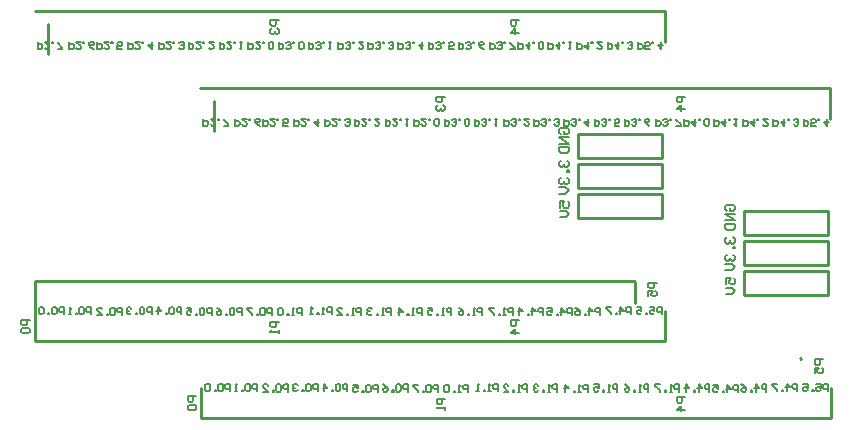
<source format=gbo>
G04*
G04 #@! TF.GenerationSoftware,Altium Limited,Altium Designer,18.0.12 (696)*
G04*
G04 Layer_Color=32896*
%FSLAX25Y25*%
%MOIN*%
G70*
G01*
G75*
%ADD10C,0.01000*%
%ADD12C,0.00787*%
D10*
X40600Y153900D02*
Y163900D01*
X240500D02*
X240600Y163800D01*
X40600Y163900D02*
X240500D01*
X240600Y156800D02*
Y163800D01*
X250600Y243800D02*
Y253900D01*
X40600D02*
X250600D01*
X45100Y239600D02*
Y249600D01*
X221600Y184900D02*
Y192900D01*
Y184900D02*
X249600D01*
Y192900D01*
X221600D02*
X249600D01*
X221600Y194900D02*
Y202900D01*
Y194900D02*
X249600D01*
Y202900D01*
X221600D02*
X249600D01*
X221600Y204900D02*
Y212900D01*
Y204900D02*
X249600D01*
Y212900D01*
X221600D02*
X249600D01*
X40600Y143900D02*
Y153900D01*
Y143900D02*
X250600D01*
Y153900D01*
X306000Y118300D02*
Y128300D01*
X96000Y118300D02*
X306000D01*
X96000D02*
Y128300D01*
X295900Y138300D02*
X296000Y138200D01*
X250600Y243800D02*
Y253900D01*
X40600D02*
X250600D01*
X45100Y239600D02*
Y249600D01*
X221600Y184900D02*
Y192900D01*
Y184900D02*
X249600D01*
Y192900D01*
X221600D02*
X249600D01*
X221600Y194900D02*
Y202900D01*
Y194900D02*
X249600D01*
Y202900D01*
X221600D02*
X249600D01*
X221600Y204900D02*
Y212900D01*
Y204900D02*
X249600D01*
Y212900D01*
X221600D02*
X249600D01*
X95900Y228300D02*
X305900D01*
Y218200D02*
Y228300D01*
X100400Y214000D02*
Y224000D01*
X277000Y159300D02*
Y167300D01*
Y159300D02*
X305000D01*
Y167300D01*
X277000D02*
X305000D01*
X277000Y169300D02*
Y177300D01*
Y169300D02*
X305000D01*
Y177300D01*
X277000D02*
X305000D01*
X277000Y179300D02*
Y187300D01*
Y179300D02*
X305000D01*
Y187300D01*
X277000D02*
X305000D01*
X277000Y159300D02*
Y167300D01*
Y159300D02*
X305000D01*
Y167300D01*
X277000D02*
X305000D01*
X277000Y169300D02*
Y177300D01*
Y169300D02*
X305000D01*
Y177300D01*
X277000D02*
X305000D01*
X277000Y179300D02*
Y187300D01*
Y179300D02*
X305000D01*
Y187300D01*
X277000D02*
X305000D01*
X277000Y159300D02*
Y167300D01*
Y159300D02*
X305000D01*
Y167300D01*
X277000D02*
X305000D01*
X277000Y169300D02*
Y177300D01*
Y169300D02*
X305000D01*
Y177300D01*
X277000D02*
X305000D01*
X277000Y179300D02*
Y187300D01*
Y179300D02*
X305000D01*
Y187300D01*
X277000D02*
X305000D01*
X277000Y179300D02*
X305000D01*
X277000D02*
Y187300D01*
X305000D01*
Y179300D02*
Y187300D01*
X277000Y169300D02*
X305000D01*
X277000D02*
Y177300D01*
X305000D01*
Y169300D02*
Y177300D01*
D12*
X41600Y243800D02*
Y241439D01*
X42781D01*
X43174Y241832D01*
Y242619D01*
X42781Y243013D01*
X41600D01*
X45536Y243800D02*
X43961D01*
X45536Y242226D01*
Y241832D01*
X45142Y241439D01*
X44355D01*
X43961Y241832D01*
X46323Y243800D02*
Y243406D01*
X46716D01*
Y243800D01*
X46323D01*
X48291Y241439D02*
X49865D01*
Y241832D01*
X48291Y243406D01*
Y243800D01*
X248000Y163500D02*
X245245D01*
Y162122D01*
X245704Y161663D01*
X246622D01*
X247082Y162122D01*
Y163500D01*
X245245Y158908D02*
Y160745D01*
X246622D01*
X246163Y159827D01*
Y159368D01*
X246622Y158908D01*
X247541D01*
X248000Y159368D01*
Y160286D01*
X247541Y160745D01*
X129600Y152700D02*
Y155061D01*
X128419D01*
X128026Y154668D01*
Y153881D01*
X128419Y153487D01*
X129600D01*
X127239Y152700D02*
X126451D01*
X126845D01*
Y155061D01*
X127239Y154668D01*
X125271Y152700D02*
Y153094D01*
X124877D01*
Y152700D01*
X125271D01*
X123303Y154668D02*
X122909Y155061D01*
X122122D01*
X121729Y154668D01*
Y153094D01*
X122122Y152700D01*
X122909D01*
X123303Y153094D01*
Y154668D01*
X122000Y243800D02*
Y241439D01*
X123181D01*
X123574Y241832D01*
Y242619D01*
X123181Y243013D01*
X122000D01*
X124361Y241832D02*
X124755Y241439D01*
X125542D01*
X125936Y241832D01*
Y242226D01*
X125542Y242619D01*
X125149D01*
X125542D01*
X125936Y243013D01*
Y243406D01*
X125542Y243800D01*
X124755D01*
X124361Y243406D01*
X126723Y243800D02*
Y243406D01*
X127117D01*
Y243800D01*
X126723D01*
X128691Y241832D02*
X129084Y241439D01*
X129871D01*
X130265Y241832D01*
Y243406D01*
X129871Y243800D01*
X129084D01*
X128691Y243406D01*
Y241832D01*
X219700Y152600D02*
Y154961D01*
X218519D01*
X218126Y154568D01*
Y153781D01*
X218519Y153387D01*
X219700D01*
X216158Y152600D02*
Y154961D01*
X217339Y153781D01*
X215764D01*
X214977Y152600D02*
Y152994D01*
X214584D01*
Y152600D01*
X214977D01*
X211435Y154961D02*
X213009D01*
Y153781D01*
X212222Y154174D01*
X211828D01*
X211435Y153781D01*
Y152994D01*
X211828Y152600D01*
X212616D01*
X213009Y152994D01*
X39000Y151200D02*
X36245D01*
Y149822D01*
X36704Y149363D01*
X37622D01*
X38082Y149822D01*
Y151200D01*
X36704Y148445D02*
X36245Y147986D01*
Y147067D01*
X36704Y146608D01*
X38541D01*
X39000Y147067D01*
Y147986D01*
X38541Y148445D01*
X36704D01*
X189800Y152800D02*
Y155161D01*
X188619D01*
X188226Y154768D01*
Y153981D01*
X188619Y153587D01*
X189800D01*
X187439Y152800D02*
X186651D01*
X187045D01*
Y155161D01*
X187439Y154768D01*
X185471Y152800D02*
Y153194D01*
X185077D01*
Y152800D01*
X185471D01*
X181929Y155161D02*
X182716Y154768D01*
X183503Y153981D01*
Y153194D01*
X183109Y152800D01*
X182322D01*
X181929Y153194D01*
Y153587D01*
X182322Y153981D01*
X183503D01*
X211900Y243800D02*
Y241439D01*
X213081D01*
X213474Y241832D01*
Y242619D01*
X213081Y243013D01*
X211900D01*
X215442Y243800D02*
Y241439D01*
X214261Y242619D01*
X215836D01*
X216623Y243800D02*
Y243406D01*
X217016D01*
Y243800D01*
X216623D01*
X218591D02*
X219378D01*
X218984D01*
Y241439D01*
X218591Y241832D01*
X52100Y243800D02*
Y241439D01*
X53281D01*
X53674Y241832D01*
Y242619D01*
X53281Y243013D01*
X52100D01*
X56036Y243800D02*
X54461D01*
X56036Y242226D01*
Y241832D01*
X55642Y241439D01*
X54855D01*
X54461Y241832D01*
X56823Y243800D02*
Y243406D01*
X57216D01*
Y243800D01*
X56823D01*
X60365Y241439D02*
X59578Y241832D01*
X58791Y242619D01*
Y243406D01*
X59184Y243800D01*
X59971D01*
X60365Y243406D01*
Y243013D01*
X59971Y242619D01*
X58791D01*
X215976Y213001D02*
X215451Y213526D01*
Y214575D01*
X215976Y215100D01*
X218075D01*
X218600Y214575D01*
Y213526D01*
X218075Y213001D01*
X217026D01*
Y214051D01*
X218600Y211951D02*
X215451D01*
X218600Y209852D01*
X215451D01*
Y208803D02*
X218600D01*
Y207228D01*
X218075Y206704D01*
X215976D01*
X215451Y207228D01*
Y208803D01*
X50300Y152900D02*
Y155261D01*
X49119D01*
X48726Y154868D01*
Y154081D01*
X49119Y153687D01*
X50300D01*
X47939Y154868D02*
X47545Y155261D01*
X46758D01*
X46364Y154868D01*
Y153294D01*
X46758Y152900D01*
X47545D01*
X47939Y153294D01*
Y154868D01*
X45577Y152900D02*
Y153294D01*
X45184D01*
Y152900D01*
X45577D01*
X43609Y154868D02*
X43216Y155261D01*
X42428D01*
X42035Y154868D01*
Y153294D01*
X42428Y152900D01*
X43216D01*
X43609Y153294D01*
Y154868D01*
X192400Y243800D02*
Y241439D01*
X193581D01*
X193974Y241832D01*
Y242619D01*
X193581Y243013D01*
X192400D01*
X194761Y241832D02*
X195155Y241439D01*
X195942D01*
X196336Y241832D01*
Y242226D01*
X195942Y242619D01*
X195549D01*
X195942D01*
X196336Y243013D01*
Y243406D01*
X195942Y243800D01*
X195155D01*
X194761Y243406D01*
X197123Y243800D02*
Y243406D01*
X197517D01*
Y243800D01*
X197123D01*
X199091Y241439D02*
X200665D01*
Y241832D01*
X199091Y243406D01*
Y243800D01*
X122000Y251000D02*
X119245D01*
Y249623D01*
X119704Y249163D01*
X120623D01*
X121082Y249623D01*
Y251000D01*
X119704Y248245D02*
X119245Y247786D01*
Y246867D01*
X119704Y246408D01*
X120163D01*
X120623Y246867D01*
Y247327D01*
Y246867D01*
X121082Y246408D01*
X121541D01*
X122000Y246867D01*
Y247786D01*
X121541Y248245D01*
X202100Y251000D02*
X199345D01*
Y249623D01*
X199804Y249163D01*
X200723D01*
X201182Y249623D01*
Y251000D01*
X202100Y246867D02*
X199345D01*
X200723Y248245D01*
Y246408D01*
X202100Y150900D02*
X199345D01*
Y149522D01*
X199804Y149063D01*
X200723D01*
X201182Y149522D01*
Y150900D01*
X202100Y146767D02*
X199345D01*
X200723Y148145D01*
Y146308D01*
X122000Y150400D02*
X119245D01*
Y149022D01*
X119704Y148563D01*
X120623D01*
X121082Y149022D01*
Y150400D01*
X122000Y147645D02*
Y146727D01*
Y147186D01*
X119245D01*
X119704Y147645D01*
X249600Y152900D02*
Y155261D01*
X248419D01*
X248026Y154868D01*
Y154081D01*
X248419Y153687D01*
X249600D01*
X245664Y155261D02*
X247239D01*
Y154081D01*
X246451Y154474D01*
X246058D01*
X245664Y154081D01*
Y153294D01*
X246058Y152900D01*
X246845D01*
X247239Y153294D01*
X244877Y152900D02*
Y153294D01*
X244484D01*
Y152900D01*
X244877D01*
X241335Y155261D02*
X242909D01*
Y154081D01*
X242122Y154474D01*
X241728D01*
X241335Y154081D01*
Y153294D01*
X241728Y152900D01*
X242516D01*
X242909Y153294D01*
X239400Y153000D02*
Y155361D01*
X238219D01*
X237826Y154968D01*
Y154181D01*
X238219Y153787D01*
X239400D01*
X235858Y153000D02*
Y155361D01*
X237039Y154181D01*
X235464D01*
X234677Y153000D02*
Y153394D01*
X234284D01*
Y153000D01*
X234677D01*
X232709Y155361D02*
X231135D01*
Y154968D01*
X232709Y153394D01*
Y153000D01*
X229100Y152800D02*
Y155161D01*
X227919D01*
X227526Y154768D01*
Y153981D01*
X227919Y153587D01*
X229100D01*
X225558Y152800D02*
Y155161D01*
X226739Y153981D01*
X225164D01*
X224377Y152800D02*
Y153194D01*
X223984D01*
Y152800D01*
X224377D01*
X220835Y155161D02*
X221622Y154768D01*
X222409Y153981D01*
Y153194D01*
X222016Y152800D01*
X221229D01*
X220835Y153194D01*
Y153587D01*
X221229Y153981D01*
X222409D01*
X210100Y152800D02*
Y155161D01*
X208919D01*
X208526Y154768D01*
Y153981D01*
X208919Y153587D01*
X210100D01*
X206558Y152800D02*
Y155161D01*
X207739Y153981D01*
X206164D01*
X205377Y152800D02*
Y153194D01*
X204984D01*
Y152800D01*
X205377D01*
X202228D02*
Y155161D01*
X203409Y153981D01*
X201835D01*
X200000Y152800D02*
Y155161D01*
X198819D01*
X198426Y154768D01*
Y153981D01*
X198819Y153587D01*
X200000D01*
X197639Y152800D02*
X196851D01*
X197245D01*
Y155161D01*
X197639Y154768D01*
X195671Y152800D02*
Y153194D01*
X195277D01*
Y152800D01*
X195671D01*
X193703Y155161D02*
X192129D01*
Y154768D01*
X193703Y153194D01*
Y152800D01*
X179500D02*
Y155161D01*
X178319D01*
X177926Y154768D01*
Y153981D01*
X178319Y153587D01*
X179500D01*
X177139Y152800D02*
X176351D01*
X176745D01*
Y155161D01*
X177139Y154768D01*
X175171Y152800D02*
Y153194D01*
X174777D01*
Y152800D01*
X175171D01*
X171628Y155161D02*
X173203D01*
Y153981D01*
X172416Y154374D01*
X172022D01*
X171628Y153981D01*
Y153194D01*
X172022Y152800D01*
X172809D01*
X173203Y153194D01*
X169600Y152700D02*
Y155061D01*
X168419D01*
X168026Y154668D01*
Y153881D01*
X168419Y153487D01*
X169600D01*
X167239Y152700D02*
X166451D01*
X166845D01*
Y155061D01*
X167239Y154668D01*
X165271Y152700D02*
Y153094D01*
X164877D01*
Y152700D01*
X165271D01*
X162122D02*
Y155061D01*
X163303Y153881D01*
X161729D01*
X159400Y152800D02*
Y155161D01*
X158219D01*
X157826Y154768D01*
Y153981D01*
X158219Y153587D01*
X159400D01*
X157039Y152800D02*
X156251D01*
X156645D01*
Y155161D01*
X157039Y154768D01*
X155071Y152800D02*
Y153194D01*
X154677D01*
Y152800D01*
X155071D01*
X153103Y154768D02*
X152709Y155161D01*
X151922D01*
X151529Y154768D01*
Y154374D01*
X151922Y153981D01*
X152316D01*
X151922D01*
X151529Y153587D01*
Y153194D01*
X151922Y152800D01*
X152709D01*
X153103Y153194D01*
X149400Y152800D02*
Y155161D01*
X148219D01*
X147826Y154768D01*
Y153981D01*
X148219Y153587D01*
X149400D01*
X147039Y152800D02*
X146251D01*
X146645D01*
Y155161D01*
X147039Y154768D01*
X145071Y152800D02*
Y153194D01*
X144677D01*
Y152800D01*
X145071D01*
X141528D02*
X143103D01*
X141528Y154374D01*
Y154768D01*
X141922Y155161D01*
X142709D01*
X143103Y154768D01*
X139600Y152900D02*
Y155261D01*
X138419D01*
X138026Y154868D01*
Y154081D01*
X138419Y153687D01*
X139600D01*
X137239Y152900D02*
X136451D01*
X136845D01*
Y155261D01*
X137239Y154868D01*
X135271Y152900D02*
Y153294D01*
X134877D01*
Y152900D01*
X135271D01*
X133303D02*
X132516D01*
X132909D01*
Y155261D01*
X133303Y154868D01*
X119700Y152700D02*
Y155061D01*
X118519D01*
X118126Y154668D01*
Y153881D01*
X118519Y153487D01*
X119700D01*
X117339Y154668D02*
X116945Y155061D01*
X116158D01*
X115764Y154668D01*
Y153094D01*
X116158Y152700D01*
X116945D01*
X117339Y153094D01*
Y154668D01*
X114977Y152700D02*
Y153094D01*
X114584D01*
Y152700D01*
X114977D01*
X113009Y155061D02*
X111435D01*
Y154668D01*
X113009Y153094D01*
Y152700D01*
X109600Y152800D02*
Y155161D01*
X108419D01*
X108026Y154768D01*
Y153981D01*
X108419Y153587D01*
X109600D01*
X107239Y154768D02*
X106845Y155161D01*
X106058D01*
X105664Y154768D01*
Y153194D01*
X106058Y152800D01*
X106845D01*
X107239Y153194D01*
Y154768D01*
X104877Y152800D02*
Y153194D01*
X104483D01*
Y152800D01*
X104877D01*
X101335Y155161D02*
X102122Y154768D01*
X102909Y153981D01*
Y153194D01*
X102516Y152800D01*
X101728D01*
X101335Y153194D01*
Y153587D01*
X101728Y153981D01*
X102909D01*
X99600Y152700D02*
Y155061D01*
X98419D01*
X98026Y154668D01*
Y153881D01*
X98419Y153487D01*
X99600D01*
X97239Y154668D02*
X96845Y155061D01*
X96058D01*
X95664Y154668D01*
Y153094D01*
X96058Y152700D01*
X96845D01*
X97239Y153094D01*
Y154668D01*
X94877Y152700D02*
Y153094D01*
X94484D01*
Y152700D01*
X94877D01*
X91335Y155061D02*
X92909D01*
Y153881D01*
X92122Y154274D01*
X91729D01*
X91335Y153881D01*
Y153094D01*
X91729Y152700D01*
X92516D01*
X92909Y153094D01*
X89500Y152900D02*
Y155261D01*
X88319D01*
X87926Y154868D01*
Y154081D01*
X88319Y153687D01*
X89500D01*
X87139Y154868D02*
X86745Y155261D01*
X85958D01*
X85564Y154868D01*
Y153294D01*
X85958Y152900D01*
X86745D01*
X87139Y153294D01*
Y154868D01*
X84777Y152900D02*
Y153294D01*
X84384D01*
Y152900D01*
X84777D01*
X81629D02*
Y155261D01*
X82809Y154081D01*
X81235D01*
X79600Y152900D02*
Y155261D01*
X78419D01*
X78026Y154868D01*
Y154081D01*
X78419Y153687D01*
X79600D01*
X77239Y154868D02*
X76845Y155261D01*
X76058D01*
X75664Y154868D01*
Y153294D01*
X76058Y152900D01*
X76845D01*
X77239Y153294D01*
Y154868D01*
X74877Y152900D02*
Y153294D01*
X74484D01*
Y152900D01*
X74877D01*
X72909Y154868D02*
X72516Y155261D01*
X71728D01*
X71335Y154868D01*
Y154474D01*
X71728Y154081D01*
X72122D01*
X71728D01*
X71335Y153687D01*
Y153294D01*
X71728Y152900D01*
X72516D01*
X72909Y153294D01*
X59400Y152900D02*
Y155261D01*
X58219D01*
X57826Y154868D01*
Y154081D01*
X58219Y153687D01*
X59400D01*
X57039Y154868D02*
X56645Y155261D01*
X55858D01*
X55464Y154868D01*
Y153294D01*
X55858Y152900D01*
X56645D01*
X57039Y153294D01*
Y154868D01*
X54677Y152900D02*
Y153294D01*
X54284D01*
Y152900D01*
X54677D01*
X52709D02*
X51922D01*
X52316D01*
Y155261D01*
X52709Y154868D01*
X71800Y243800D02*
Y241439D01*
X72981D01*
X73374Y241832D01*
Y242619D01*
X72981Y243013D01*
X71800D01*
X75736Y243800D02*
X74161D01*
X75736Y242226D01*
Y241832D01*
X75342Y241439D01*
X74555D01*
X74161Y241832D01*
X76523Y243800D02*
Y243406D01*
X76916D01*
Y243800D01*
X76523D01*
X79672D02*
Y241439D01*
X78491Y242619D01*
X80065D01*
X82100Y243800D02*
Y241439D01*
X83281D01*
X83674Y241832D01*
Y242619D01*
X83281Y243013D01*
X82100D01*
X86036Y243800D02*
X84461D01*
X86036Y242226D01*
Y241832D01*
X85642Y241439D01*
X84855D01*
X84461Y241832D01*
X86823Y243800D02*
Y243406D01*
X87216D01*
Y243800D01*
X86823D01*
X88791Y241832D02*
X89184Y241439D01*
X89972D01*
X90365Y241832D01*
Y242226D01*
X89972Y242619D01*
X89578D01*
X89972D01*
X90365Y243013D01*
Y243406D01*
X89972Y243800D01*
X89184D01*
X88791Y243406D01*
X92000Y243800D02*
Y241439D01*
X93181D01*
X93574Y241832D01*
Y242619D01*
X93181Y243013D01*
X92000D01*
X95936Y243800D02*
X94361D01*
X95936Y242226D01*
Y241832D01*
X95542Y241439D01*
X94755D01*
X94361Y241832D01*
X96723Y243800D02*
Y243406D01*
X97116D01*
Y243800D01*
X96723D01*
X100265D02*
X98691D01*
X100265Y242226D01*
Y241832D01*
X99871Y241439D01*
X99084D01*
X98691Y241832D01*
X102300Y243800D02*
Y241439D01*
X103481D01*
X103874Y241832D01*
Y242619D01*
X103481Y243013D01*
X102300D01*
X106236Y243800D02*
X104661D01*
X106236Y242226D01*
Y241832D01*
X105842Y241439D01*
X105055D01*
X104661Y241832D01*
X107023Y243800D02*
Y243406D01*
X107416D01*
Y243800D01*
X107023D01*
X108991D02*
X109778D01*
X109384D01*
Y241439D01*
X108991Y241832D01*
X111900Y243800D02*
Y241439D01*
X113081D01*
X113474Y241832D01*
Y242619D01*
X113081Y243013D01*
X111900D01*
X115836Y243800D02*
X114261D01*
X115836Y242226D01*
Y241832D01*
X115442Y241439D01*
X114655D01*
X114261Y241832D01*
X116623Y243800D02*
Y243406D01*
X117016D01*
Y243800D01*
X116623D01*
X118591Y241832D02*
X118984Y241439D01*
X119772D01*
X120165Y241832D01*
Y243406D01*
X119772Y243800D01*
X118984D01*
X118591Y243406D01*
Y241832D01*
X201900Y243800D02*
Y241439D01*
X203081D01*
X203474Y241832D01*
Y242619D01*
X203081Y243013D01*
X201900D01*
X205442Y243800D02*
Y241439D01*
X204261Y242619D01*
X205836D01*
X206623Y243800D02*
Y243406D01*
X207016D01*
Y243800D01*
X206623D01*
X208591Y241832D02*
X208984Y241439D01*
X209771D01*
X210165Y241832D01*
Y243406D01*
X209771Y243800D01*
X208984D01*
X208591Y243406D01*
Y241832D01*
X182000Y243800D02*
Y241439D01*
X183181D01*
X183574Y241832D01*
Y242619D01*
X183181Y243013D01*
X182000D01*
X184361Y241832D02*
X184755Y241439D01*
X185542D01*
X185936Y241832D01*
Y242226D01*
X185542Y242619D01*
X185149D01*
X185542D01*
X185936Y243013D01*
Y243406D01*
X185542Y243800D01*
X184755D01*
X184361Y243406D01*
X186723Y243800D02*
Y243406D01*
X187117D01*
Y243800D01*
X186723D01*
X190265Y241439D02*
X189478Y241832D01*
X188691Y242619D01*
Y243406D01*
X189084Y243800D01*
X189872D01*
X190265Y243406D01*
Y243013D01*
X189872Y242619D01*
X188691D01*
X172000Y243800D02*
Y241439D01*
X173181D01*
X173574Y241832D01*
Y242619D01*
X173181Y243013D01*
X172000D01*
X174361Y241832D02*
X174755Y241439D01*
X175542D01*
X175936Y241832D01*
Y242226D01*
X175542Y242619D01*
X175149D01*
X175542D01*
X175936Y243013D01*
Y243406D01*
X175542Y243800D01*
X174755D01*
X174361Y243406D01*
X176723Y243800D02*
Y243406D01*
X177117D01*
Y243800D01*
X176723D01*
X180265Y241439D02*
X178691D01*
Y242619D01*
X179478Y242226D01*
X179871D01*
X180265Y242619D01*
Y243406D01*
X179871Y243800D01*
X179084D01*
X178691Y243406D01*
X161900Y243800D02*
Y241439D01*
X163081D01*
X163474Y241832D01*
Y242619D01*
X163081Y243013D01*
X161900D01*
X164261Y241832D02*
X164655Y241439D01*
X165442D01*
X165836Y241832D01*
Y242226D01*
X165442Y242619D01*
X165049D01*
X165442D01*
X165836Y243013D01*
Y243406D01*
X165442Y243800D01*
X164655D01*
X164261Y243406D01*
X166623Y243800D02*
Y243406D01*
X167016D01*
Y243800D01*
X166623D01*
X169772D02*
Y241439D01*
X168591Y242619D01*
X170165D01*
X151900Y243800D02*
Y241439D01*
X153081D01*
X153474Y241832D01*
Y242619D01*
X153081Y243013D01*
X151900D01*
X154261Y241832D02*
X154655Y241439D01*
X155442D01*
X155836Y241832D01*
Y242226D01*
X155442Y242619D01*
X155049D01*
X155442D01*
X155836Y243013D01*
Y243406D01*
X155442Y243800D01*
X154655D01*
X154261Y243406D01*
X156623Y243800D02*
Y243406D01*
X157017D01*
Y243800D01*
X156623D01*
X158591Y241832D02*
X158984Y241439D01*
X159772D01*
X160165Y241832D01*
Y242226D01*
X159772Y242619D01*
X159378D01*
X159772D01*
X160165Y243013D01*
Y243406D01*
X159772Y243800D01*
X158984D01*
X158591Y243406D01*
X141900Y243800D02*
Y241439D01*
X143081D01*
X143474Y241832D01*
Y242619D01*
X143081Y243013D01*
X141900D01*
X144261Y241832D02*
X144655Y241439D01*
X145442D01*
X145836Y241832D01*
Y242226D01*
X145442Y242619D01*
X145049D01*
X145442D01*
X145836Y243013D01*
Y243406D01*
X145442Y243800D01*
X144655D01*
X144261Y243406D01*
X146623Y243800D02*
Y243406D01*
X147017D01*
Y243800D01*
X146623D01*
X150165D02*
X148591D01*
X150165Y242226D01*
Y241832D01*
X149771Y241439D01*
X148984D01*
X148591Y241832D01*
X221500Y243700D02*
Y241339D01*
X222681D01*
X223074Y241732D01*
Y242519D01*
X222681Y242913D01*
X221500D01*
X225042Y243700D02*
Y241339D01*
X223861Y242519D01*
X225436D01*
X226223Y243700D02*
Y243306D01*
X226616D01*
Y243700D01*
X226223D01*
X229765D02*
X228191D01*
X229765Y242126D01*
Y241732D01*
X229372Y241339D01*
X228584D01*
X228191Y241732D01*
X231600Y243800D02*
Y241439D01*
X232781D01*
X233174Y241832D01*
Y242619D01*
X232781Y243013D01*
X231600D01*
X235142Y243800D02*
Y241439D01*
X233961Y242619D01*
X235536D01*
X236323Y243800D02*
Y243406D01*
X236716D01*
Y243800D01*
X236323D01*
X238291Y241832D02*
X238684Y241439D01*
X239472D01*
X239865Y241832D01*
Y242226D01*
X239472Y242619D01*
X239078D01*
X239472D01*
X239865Y243013D01*
Y243406D01*
X239472Y243800D01*
X238684D01*
X238291Y243406D01*
X241700Y243800D02*
Y241439D01*
X242881D01*
X243274Y241832D01*
Y242619D01*
X242881Y243013D01*
X241700D01*
X245636Y241439D02*
X244061D01*
Y242619D01*
X244849Y242226D01*
X245242D01*
X245636Y242619D01*
Y243406D01*
X245242Y243800D01*
X244455D01*
X244061Y243406D01*
X246423Y243800D02*
Y243406D01*
X246816D01*
Y243800D01*
X246423D01*
X249571D02*
Y241439D01*
X248391Y242619D01*
X249965D01*
X69700Y152800D02*
Y155161D01*
X68519D01*
X68126Y154768D01*
Y153981D01*
X68519Y153587D01*
X69700D01*
X67339Y154768D02*
X66945Y155161D01*
X66158D01*
X65764Y154768D01*
Y153194D01*
X66158Y152800D01*
X66945D01*
X67339Y153194D01*
Y154768D01*
X64977Y152800D02*
Y153194D01*
X64584D01*
Y152800D01*
X64977D01*
X61435D02*
X63009D01*
X61435Y154374D01*
Y154768D01*
X61829Y155161D01*
X62616D01*
X63009Y154768D01*
X215651Y188501D02*
Y190600D01*
X217226D01*
X216701Y189550D01*
Y189026D01*
X217226Y188501D01*
X218275D01*
X218800Y189026D01*
Y190075D01*
X218275Y190600D01*
X215651Y187451D02*
X217751D01*
X218800Y186402D01*
X217751Y185352D01*
X215651D01*
X215976Y204200D02*
X215451Y203675D01*
Y202626D01*
X215976Y202101D01*
X216501D01*
X217026Y202626D01*
Y203151D01*
Y202626D01*
X217550Y202101D01*
X218075D01*
X218600Y202626D01*
Y203675D01*
X218075Y204200D01*
X218600Y201051D02*
X218075D01*
Y200527D01*
X218600D01*
Y201051D01*
X215976Y198428D02*
X215451Y197903D01*
Y196853D01*
X215976Y196328D01*
X216501D01*
X217026Y196853D01*
Y197378D01*
Y196853D01*
X217550Y196328D01*
X218075D01*
X218600Y196853D01*
Y197903D01*
X218075Y198428D01*
X215451Y195279D02*
X217550D01*
X218600Y194229D01*
X217550Y193180D01*
X215451D01*
X132000Y243800D02*
Y241439D01*
X133181D01*
X133574Y241832D01*
Y242619D01*
X133181Y243013D01*
X132000D01*
X134361Y241832D02*
X134755Y241439D01*
X135542D01*
X135936Y241832D01*
Y242226D01*
X135542Y242619D01*
X135149D01*
X135542D01*
X135936Y243013D01*
Y243406D01*
X135542Y243800D01*
X134755D01*
X134361Y243406D01*
X136723Y243800D02*
Y243406D01*
X137117D01*
Y243800D01*
X136723D01*
X138691D02*
X139478D01*
X139084D01*
Y241439D01*
X138691Y241832D01*
X61500Y243800D02*
Y241439D01*
X62681D01*
X63074Y241832D01*
Y242619D01*
X62681Y243013D01*
X61500D01*
X65436Y243800D02*
X63861D01*
X65436Y242226D01*
Y241832D01*
X65042Y241439D01*
X64255D01*
X63861Y241832D01*
X66223Y243800D02*
Y243406D01*
X66616D01*
Y243800D01*
X66223D01*
X69765Y241439D02*
X68191D01*
Y242619D01*
X68978Y242226D01*
X69371D01*
X69765Y242619D01*
Y243406D01*
X69371Y243800D01*
X68584D01*
X68191Y243406D01*
X125100Y127200D02*
Y129561D01*
X123919D01*
X123526Y129168D01*
Y128381D01*
X123919Y127987D01*
X125100D01*
X122739Y129168D02*
X122345Y129561D01*
X121558D01*
X121164Y129168D01*
Y127594D01*
X121558Y127200D01*
X122345D01*
X122739Y127594D01*
Y129168D01*
X120377Y127200D02*
Y127594D01*
X119983D01*
Y127200D01*
X120377D01*
X116835D02*
X118409D01*
X116835Y128774D01*
Y129168D01*
X117228Y129561D01*
X118016D01*
X118409Y129168D01*
X114800Y127300D02*
Y129661D01*
X113619D01*
X113226Y129268D01*
Y128481D01*
X113619Y128087D01*
X114800D01*
X112439Y129268D02*
X112045Y129661D01*
X111258D01*
X110864Y129268D01*
Y127694D01*
X111258Y127300D01*
X112045D01*
X112439Y127694D01*
Y129268D01*
X110077Y127300D02*
Y127694D01*
X109684D01*
Y127300D01*
X110077D01*
X108109D02*
X107322D01*
X107716D01*
Y129661D01*
X108109Y129268D01*
X135000Y127300D02*
Y129661D01*
X133819D01*
X133426Y129268D01*
Y128481D01*
X133819Y128087D01*
X135000D01*
X132639Y129268D02*
X132245Y129661D01*
X131458D01*
X131064Y129268D01*
Y127694D01*
X131458Y127300D01*
X132245D01*
X132639Y127694D01*
Y129268D01*
X130277Y127300D02*
Y127694D01*
X129884D01*
Y127300D01*
X130277D01*
X128309Y129268D02*
X127916Y129661D01*
X127129D01*
X126735Y129268D01*
Y128874D01*
X127129Y128481D01*
X127522D01*
X127129D01*
X126735Y128087D01*
Y127694D01*
X127129Y127300D01*
X127916D01*
X128309Y127694D01*
X144900Y127300D02*
Y129661D01*
X143719D01*
X143326Y129268D01*
Y128481D01*
X143719Y128087D01*
X144900D01*
X142539Y129268D02*
X142145Y129661D01*
X141358D01*
X140964Y129268D01*
Y127694D01*
X141358Y127300D01*
X142145D01*
X142539Y127694D01*
Y129268D01*
X140177Y127300D02*
Y127694D01*
X139784D01*
Y127300D01*
X140177D01*
X137029D02*
Y129661D01*
X138209Y128481D01*
X136635D01*
X155000Y127100D02*
Y129461D01*
X153819D01*
X153426Y129068D01*
Y128281D01*
X153819Y127887D01*
X155000D01*
X152639Y129068D02*
X152245Y129461D01*
X151458D01*
X151064Y129068D01*
Y127494D01*
X151458Y127100D01*
X152245D01*
X152639Y127494D01*
Y129068D01*
X150277Y127100D02*
Y127494D01*
X149883D01*
Y127100D01*
X150277D01*
X146735Y129461D02*
X148309D01*
Y128281D01*
X147522Y128674D01*
X147128D01*
X146735Y128281D01*
Y127494D01*
X147128Y127100D01*
X147916D01*
X148309Y127494D01*
X165000Y127200D02*
Y129561D01*
X163819D01*
X163426Y129168D01*
Y128381D01*
X163819Y127987D01*
X165000D01*
X162639Y129168D02*
X162245Y129561D01*
X161458D01*
X161064Y129168D01*
Y127594D01*
X161458Y127200D01*
X162245D01*
X162639Y127594D01*
Y129168D01*
X160277Y127200D02*
Y127594D01*
X159883D01*
Y127200D01*
X160277D01*
X156735Y129561D02*
X157522Y129168D01*
X158309Y128381D01*
Y127594D01*
X157916Y127200D01*
X157129D01*
X156735Y127594D01*
Y127987D01*
X157129Y128381D01*
X158309D01*
X175100Y127100D02*
Y129461D01*
X173919D01*
X173526Y129068D01*
Y128281D01*
X173919Y127887D01*
X175100D01*
X172739Y129068D02*
X172345Y129461D01*
X171558D01*
X171164Y129068D01*
Y127494D01*
X171558Y127100D01*
X172345D01*
X172739Y127494D01*
Y129068D01*
X170377Y127100D02*
Y127494D01*
X169983D01*
Y127100D01*
X170377D01*
X168409Y129461D02*
X166835D01*
Y129068D01*
X168409Y127494D01*
Y127100D01*
X195000Y127300D02*
Y129661D01*
X193819D01*
X193426Y129268D01*
Y128481D01*
X193819Y128087D01*
X195000D01*
X192639Y127300D02*
X191851D01*
X192245D01*
Y129661D01*
X192639Y129268D01*
X190671Y127300D02*
Y127694D01*
X190277D01*
Y127300D01*
X190671D01*
X188703D02*
X187916D01*
X188309D01*
Y129661D01*
X188703Y129268D01*
X204800Y127200D02*
Y129561D01*
X203619D01*
X203226Y129168D01*
Y128381D01*
X203619Y127987D01*
X204800D01*
X202439Y127200D02*
X201651D01*
X202045D01*
Y129561D01*
X202439Y129168D01*
X200471Y127200D02*
Y127594D01*
X200077D01*
Y127200D01*
X200471D01*
X196929D02*
X198503D01*
X196929Y128774D01*
Y129168D01*
X197322Y129561D01*
X198109D01*
X198503Y129168D01*
X214800Y127200D02*
Y129561D01*
X213619D01*
X213226Y129168D01*
Y128381D01*
X213619Y127987D01*
X214800D01*
X212439Y127200D02*
X211651D01*
X212045D01*
Y129561D01*
X212439Y129168D01*
X210471Y127200D02*
Y127594D01*
X210077D01*
Y127200D01*
X210471D01*
X208503Y129168D02*
X208109Y129561D01*
X207322D01*
X206928Y129168D01*
Y128774D01*
X207322Y128381D01*
X207716D01*
X207322D01*
X206928Y127987D01*
Y127594D01*
X207322Y127200D01*
X208109D01*
X208503Y127594D01*
X225000Y127100D02*
Y129461D01*
X223819D01*
X223426Y129068D01*
Y128281D01*
X223819Y127887D01*
X225000D01*
X222639Y127100D02*
X221851D01*
X222245D01*
Y129461D01*
X222639Y129068D01*
X220671Y127100D02*
Y127494D01*
X220277D01*
Y127100D01*
X220671D01*
X217522D02*
Y129461D01*
X218703Y128281D01*
X217128D01*
X234900Y127200D02*
Y129561D01*
X233719D01*
X233326Y129168D01*
Y128381D01*
X233719Y127987D01*
X234900D01*
X232539Y127200D02*
X231751D01*
X232145D01*
Y129561D01*
X232539Y129168D01*
X230571Y127200D02*
Y127594D01*
X230177D01*
Y127200D01*
X230571D01*
X227028Y129561D02*
X228603D01*
Y128381D01*
X227816Y128774D01*
X227422D01*
X227028Y128381D01*
Y127594D01*
X227422Y127200D01*
X228209D01*
X228603Y127594D01*
X255400Y127200D02*
Y129561D01*
X254219D01*
X253826Y129168D01*
Y128381D01*
X254219Y127987D01*
X255400D01*
X253039Y127200D02*
X252251D01*
X252645D01*
Y129561D01*
X253039Y129168D01*
X251071Y127200D02*
Y127594D01*
X250677D01*
Y127200D01*
X251071D01*
X249103Y129561D02*
X247529D01*
Y129168D01*
X249103Y127594D01*
Y127200D01*
X265500D02*
Y129561D01*
X264319D01*
X263926Y129168D01*
Y128381D01*
X264319Y127987D01*
X265500D01*
X261958Y127200D02*
Y129561D01*
X263139Y128381D01*
X261564D01*
X260777Y127200D02*
Y127594D01*
X260384D01*
Y127200D01*
X260777D01*
X257628D02*
Y129561D01*
X258809Y128381D01*
X257235D01*
X284500Y127200D02*
Y129561D01*
X283319D01*
X282926Y129168D01*
Y128381D01*
X283319Y127987D01*
X284500D01*
X280958Y127200D02*
Y129561D01*
X282139Y128381D01*
X280564D01*
X279777Y127200D02*
Y127594D01*
X279384D01*
Y127200D01*
X279777D01*
X276235Y129561D02*
X277022Y129168D01*
X277809Y128381D01*
Y127594D01*
X277416Y127200D01*
X276628D01*
X276235Y127594D01*
Y127987D01*
X276628Y128381D01*
X277809D01*
X294800Y127400D02*
Y129761D01*
X293619D01*
X293226Y129368D01*
Y128581D01*
X293619Y128187D01*
X294800D01*
X291258Y127400D02*
Y129761D01*
X292439Y128581D01*
X290864D01*
X290077Y127400D02*
Y127794D01*
X289684D01*
Y127400D01*
X290077D01*
X288109Y129761D02*
X286535D01*
Y129368D01*
X288109Y127794D01*
Y127400D01*
X305000Y127300D02*
Y129661D01*
X303819D01*
X303426Y129268D01*
Y128481D01*
X303819Y128087D01*
X305000D01*
X301064Y129661D02*
X302639D01*
Y128481D01*
X301851Y128874D01*
X301458D01*
X301064Y128481D01*
Y127694D01*
X301458Y127300D01*
X302245D01*
X302639Y127694D01*
X300277Y127300D02*
Y127694D01*
X299884D01*
Y127300D01*
X300277D01*
X296735Y129661D02*
X298309D01*
Y128481D01*
X297522Y128874D01*
X297129D01*
X296735Y128481D01*
Y127694D01*
X297129Y127300D01*
X297916D01*
X298309Y127694D01*
X177400Y124800D02*
X174645D01*
Y123423D01*
X175104Y122963D01*
X176023D01*
X176482Y123423D01*
Y124800D01*
X177400Y122045D02*
Y121127D01*
Y121586D01*
X174645D01*
X175104Y122045D01*
X257500Y125300D02*
X254745D01*
Y123923D01*
X255204Y123463D01*
X256122D01*
X256582Y123923D01*
Y125300D01*
X257500Y121168D02*
X254745D01*
X256122Y122545D01*
Y120708D01*
X105700Y127300D02*
Y129661D01*
X104519D01*
X104126Y129268D01*
Y128481D01*
X104519Y128087D01*
X105700D01*
X103339Y129268D02*
X102945Y129661D01*
X102158D01*
X101764Y129268D01*
Y127694D01*
X102158Y127300D01*
X102945D01*
X103339Y127694D01*
Y129268D01*
X100977Y127300D02*
Y127694D01*
X100584D01*
Y127300D01*
X100977D01*
X99009Y129268D02*
X98616Y129661D01*
X97829D01*
X97435Y129268D01*
Y127694D01*
X97829Y127300D01*
X98616D01*
X99009Y127694D01*
Y129268D01*
X245200Y127200D02*
Y129561D01*
X244019D01*
X243626Y129168D01*
Y128381D01*
X244019Y127987D01*
X245200D01*
X242839Y127200D02*
X242051D01*
X242445D01*
Y129561D01*
X242839Y129168D01*
X240871Y127200D02*
Y127594D01*
X240477D01*
Y127200D01*
X240871D01*
X237329Y129561D02*
X238116Y129168D01*
X238903Y128381D01*
Y127594D01*
X238509Y127200D01*
X237722D01*
X237329Y127594D01*
Y127987D01*
X237722Y128381D01*
X238903D01*
X94400Y125600D02*
X91645D01*
Y124223D01*
X92104Y123763D01*
X93023D01*
X93482Y124223D01*
Y125600D01*
X92104Y122845D02*
X91645Y122386D01*
Y121467D01*
X92104Y121008D01*
X93941D01*
X94400Y121467D01*
Y122386D01*
X93941Y122845D01*
X92104D01*
X275100Y127000D02*
Y129361D01*
X273919D01*
X273526Y128968D01*
Y128181D01*
X273919Y127787D01*
X275100D01*
X271558Y127000D02*
Y129361D01*
X272739Y128181D01*
X271164D01*
X270377Y127000D02*
Y127394D01*
X269984D01*
Y127000D01*
X270377D01*
X266835Y129361D02*
X268409D01*
Y128181D01*
X267622Y128574D01*
X267229D01*
X266835Y128181D01*
Y127394D01*
X267229Y127000D01*
X268016D01*
X268409Y127394D01*
X185000Y127100D02*
Y129461D01*
X183819D01*
X183426Y129068D01*
Y128281D01*
X183819Y127887D01*
X185000D01*
X182639Y127100D02*
X181851D01*
X182245D01*
Y129461D01*
X182639Y129068D01*
X180671Y127100D02*
Y127494D01*
X180277D01*
Y127100D01*
X180671D01*
X178703Y129068D02*
X178309Y129461D01*
X177522D01*
X177129Y129068D01*
Y127494D01*
X177522Y127100D01*
X178309D01*
X178703Y127494D01*
Y129068D01*
X303400Y137900D02*
X300645D01*
Y136522D01*
X301104Y136063D01*
X302023D01*
X302482Y136522D01*
Y137900D01*
X300645Y133308D02*
Y135145D01*
X302023D01*
X301563Y134227D01*
Y133767D01*
X302023Y133308D01*
X302941D01*
X303400Y133767D01*
Y134686D01*
X302941Y135145D01*
X41600Y243800D02*
Y241439D01*
X42781D01*
X43174Y241832D01*
Y242619D01*
X42781Y243013D01*
X41600D01*
X45536Y243800D02*
X43961D01*
X45536Y242226D01*
Y241832D01*
X45142Y241439D01*
X44355D01*
X43961Y241832D01*
X46323Y243800D02*
Y243406D01*
X46716D01*
Y243800D01*
X46323D01*
X48291Y241439D02*
X49865D01*
Y241832D01*
X48291Y243406D01*
Y243800D01*
X122000D02*
Y241439D01*
X123181D01*
X123574Y241832D01*
Y242619D01*
X123181Y243013D01*
X122000D01*
X124361Y241832D02*
X124755Y241439D01*
X125542D01*
X125936Y241832D01*
Y242226D01*
X125542Y242619D01*
X125149D01*
X125542D01*
X125936Y243013D01*
Y243406D01*
X125542Y243800D01*
X124755D01*
X124361Y243406D01*
X126723Y243800D02*
Y243406D01*
X127117D01*
Y243800D01*
X126723D01*
X128691Y241832D02*
X129084Y241439D01*
X129871D01*
X130265Y241832D01*
Y243406D01*
X129871Y243800D01*
X129084D01*
X128691Y243406D01*
Y241832D01*
X211900Y243800D02*
Y241439D01*
X213081D01*
X213474Y241832D01*
Y242619D01*
X213081Y243013D01*
X211900D01*
X215442Y243800D02*
Y241439D01*
X214261Y242619D01*
X215836D01*
X216623Y243800D02*
Y243406D01*
X217016D01*
Y243800D01*
X216623D01*
X218591D02*
X219378D01*
X218984D01*
Y241439D01*
X218591Y241832D01*
X52100Y243800D02*
Y241439D01*
X53281D01*
X53674Y241832D01*
Y242619D01*
X53281Y243013D01*
X52100D01*
X56036Y243800D02*
X54461D01*
X56036Y242226D01*
Y241832D01*
X55642Y241439D01*
X54855D01*
X54461Y241832D01*
X56823Y243800D02*
Y243406D01*
X57216D01*
Y243800D01*
X56823D01*
X60365Y241439D02*
X59578Y241832D01*
X58791Y242619D01*
Y243406D01*
X59184Y243800D01*
X59971D01*
X60365Y243406D01*
Y243013D01*
X59971Y242619D01*
X58791D01*
X215976Y213001D02*
X215451Y213526D01*
Y214575D01*
X215976Y215100D01*
X218075D01*
X218600Y214575D01*
Y213526D01*
X218075Y213001D01*
X217026D01*
Y214051D01*
X218600Y211951D02*
X215451D01*
X218600Y209852D01*
X215451D01*
Y208803D02*
X218600D01*
Y207228D01*
X218075Y206704D01*
X215976D01*
X215451Y207228D01*
Y208803D01*
X192400Y243800D02*
Y241439D01*
X193581D01*
X193974Y241832D01*
Y242619D01*
X193581Y243013D01*
X192400D01*
X194761Y241832D02*
X195155Y241439D01*
X195942D01*
X196336Y241832D01*
Y242226D01*
X195942Y242619D01*
X195549D01*
X195942D01*
X196336Y243013D01*
Y243406D01*
X195942Y243800D01*
X195155D01*
X194761Y243406D01*
X197123Y243800D02*
Y243406D01*
X197517D01*
Y243800D01*
X197123D01*
X199091Y241439D02*
X200665D01*
Y241832D01*
X199091Y243406D01*
Y243800D01*
X122000Y251000D02*
X119245D01*
Y249623D01*
X119704Y249163D01*
X120623D01*
X121082Y249623D01*
Y251000D01*
X119704Y248245D02*
X119245Y247786D01*
Y246867D01*
X119704Y246408D01*
X120163D01*
X120623Y246867D01*
Y247327D01*
Y246867D01*
X121082Y246408D01*
X121541D01*
X122000Y246867D01*
Y247786D01*
X121541Y248245D01*
X202100Y251000D02*
X199345D01*
Y249623D01*
X199804Y249163D01*
X200723D01*
X201182Y249623D01*
Y251000D01*
X202100Y246867D02*
X199345D01*
X200723Y248245D01*
Y246408D01*
X71800Y243800D02*
Y241439D01*
X72981D01*
X73374Y241832D01*
Y242619D01*
X72981Y243013D01*
X71800D01*
X75736Y243800D02*
X74161D01*
X75736Y242226D01*
Y241832D01*
X75342Y241439D01*
X74555D01*
X74161Y241832D01*
X76523Y243800D02*
Y243406D01*
X76916D01*
Y243800D01*
X76523D01*
X79672D02*
Y241439D01*
X78491Y242619D01*
X80065D01*
X82100Y243800D02*
Y241439D01*
X83281D01*
X83674Y241832D01*
Y242619D01*
X83281Y243013D01*
X82100D01*
X86036Y243800D02*
X84461D01*
X86036Y242226D01*
Y241832D01*
X85642Y241439D01*
X84855D01*
X84461Y241832D01*
X86823Y243800D02*
Y243406D01*
X87216D01*
Y243800D01*
X86823D01*
X88791Y241832D02*
X89184Y241439D01*
X89972D01*
X90365Y241832D01*
Y242226D01*
X89972Y242619D01*
X89578D01*
X89972D01*
X90365Y243013D01*
Y243406D01*
X89972Y243800D01*
X89184D01*
X88791Y243406D01*
X92000Y243800D02*
Y241439D01*
X93181D01*
X93574Y241832D01*
Y242619D01*
X93181Y243013D01*
X92000D01*
X95936Y243800D02*
X94361D01*
X95936Y242226D01*
Y241832D01*
X95542Y241439D01*
X94755D01*
X94361Y241832D01*
X96723Y243800D02*
Y243406D01*
X97116D01*
Y243800D01*
X96723D01*
X100265D02*
X98691D01*
X100265Y242226D01*
Y241832D01*
X99871Y241439D01*
X99084D01*
X98691Y241832D01*
X102300Y243800D02*
Y241439D01*
X103481D01*
X103874Y241832D01*
Y242619D01*
X103481Y243013D01*
X102300D01*
X106236Y243800D02*
X104661D01*
X106236Y242226D01*
Y241832D01*
X105842Y241439D01*
X105055D01*
X104661Y241832D01*
X107023Y243800D02*
Y243406D01*
X107416D01*
Y243800D01*
X107023D01*
X108991D02*
X109778D01*
X109384D01*
Y241439D01*
X108991Y241832D01*
X111900Y243800D02*
Y241439D01*
X113081D01*
X113474Y241832D01*
Y242619D01*
X113081Y243013D01*
X111900D01*
X115836Y243800D02*
X114261D01*
X115836Y242226D01*
Y241832D01*
X115442Y241439D01*
X114655D01*
X114261Y241832D01*
X116623Y243800D02*
Y243406D01*
X117016D01*
Y243800D01*
X116623D01*
X118591Y241832D02*
X118984Y241439D01*
X119772D01*
X120165Y241832D01*
Y243406D01*
X119772Y243800D01*
X118984D01*
X118591Y243406D01*
Y241832D01*
X201900Y243800D02*
Y241439D01*
X203081D01*
X203474Y241832D01*
Y242619D01*
X203081Y243013D01*
X201900D01*
X205442Y243800D02*
Y241439D01*
X204261Y242619D01*
X205836D01*
X206623Y243800D02*
Y243406D01*
X207016D01*
Y243800D01*
X206623D01*
X208591Y241832D02*
X208984Y241439D01*
X209771D01*
X210165Y241832D01*
Y243406D01*
X209771Y243800D01*
X208984D01*
X208591Y243406D01*
Y241832D01*
X182000Y243800D02*
Y241439D01*
X183181D01*
X183574Y241832D01*
Y242619D01*
X183181Y243013D01*
X182000D01*
X184361Y241832D02*
X184755Y241439D01*
X185542D01*
X185936Y241832D01*
Y242226D01*
X185542Y242619D01*
X185149D01*
X185542D01*
X185936Y243013D01*
Y243406D01*
X185542Y243800D01*
X184755D01*
X184361Y243406D01*
X186723Y243800D02*
Y243406D01*
X187117D01*
Y243800D01*
X186723D01*
X190265Y241439D02*
X189478Y241832D01*
X188691Y242619D01*
Y243406D01*
X189084Y243800D01*
X189872D01*
X190265Y243406D01*
Y243013D01*
X189872Y242619D01*
X188691D01*
X172000Y243800D02*
Y241439D01*
X173181D01*
X173574Y241832D01*
Y242619D01*
X173181Y243013D01*
X172000D01*
X174361Y241832D02*
X174755Y241439D01*
X175542D01*
X175936Y241832D01*
Y242226D01*
X175542Y242619D01*
X175149D01*
X175542D01*
X175936Y243013D01*
Y243406D01*
X175542Y243800D01*
X174755D01*
X174361Y243406D01*
X176723Y243800D02*
Y243406D01*
X177117D01*
Y243800D01*
X176723D01*
X180265Y241439D02*
X178691D01*
Y242619D01*
X179478Y242226D01*
X179871D01*
X180265Y242619D01*
Y243406D01*
X179871Y243800D01*
X179084D01*
X178691Y243406D01*
X161900Y243800D02*
Y241439D01*
X163081D01*
X163474Y241832D01*
Y242619D01*
X163081Y243013D01*
X161900D01*
X164261Y241832D02*
X164655Y241439D01*
X165442D01*
X165836Y241832D01*
Y242226D01*
X165442Y242619D01*
X165049D01*
X165442D01*
X165836Y243013D01*
Y243406D01*
X165442Y243800D01*
X164655D01*
X164261Y243406D01*
X166623Y243800D02*
Y243406D01*
X167016D01*
Y243800D01*
X166623D01*
X169772D02*
Y241439D01*
X168591Y242619D01*
X170165D01*
X151900Y243800D02*
Y241439D01*
X153081D01*
X153474Y241832D01*
Y242619D01*
X153081Y243013D01*
X151900D01*
X154261Y241832D02*
X154655Y241439D01*
X155442D01*
X155836Y241832D01*
Y242226D01*
X155442Y242619D01*
X155049D01*
X155442D01*
X155836Y243013D01*
Y243406D01*
X155442Y243800D01*
X154655D01*
X154261Y243406D01*
X156623Y243800D02*
Y243406D01*
X157017D01*
Y243800D01*
X156623D01*
X158591Y241832D02*
X158984Y241439D01*
X159772D01*
X160165Y241832D01*
Y242226D01*
X159772Y242619D01*
X159378D01*
X159772D01*
X160165Y243013D01*
Y243406D01*
X159772Y243800D01*
X158984D01*
X158591Y243406D01*
X141900Y243800D02*
Y241439D01*
X143081D01*
X143474Y241832D01*
Y242619D01*
X143081Y243013D01*
X141900D01*
X144261Y241832D02*
X144655Y241439D01*
X145442D01*
X145836Y241832D01*
Y242226D01*
X145442Y242619D01*
X145049D01*
X145442D01*
X145836Y243013D01*
Y243406D01*
X145442Y243800D01*
X144655D01*
X144261Y243406D01*
X146623Y243800D02*
Y243406D01*
X147017D01*
Y243800D01*
X146623D01*
X150165D02*
X148591D01*
X150165Y242226D01*
Y241832D01*
X149771Y241439D01*
X148984D01*
X148591Y241832D01*
X221500Y243700D02*
Y241339D01*
X222681D01*
X223074Y241732D01*
Y242519D01*
X222681Y242913D01*
X221500D01*
X225042Y243700D02*
Y241339D01*
X223861Y242519D01*
X225436D01*
X226223Y243700D02*
Y243306D01*
X226616D01*
Y243700D01*
X226223D01*
X229765D02*
X228191D01*
X229765Y242126D01*
Y241732D01*
X229372Y241339D01*
X228584D01*
X228191Y241732D01*
X231600Y243800D02*
Y241439D01*
X232781D01*
X233174Y241832D01*
Y242619D01*
X232781Y243013D01*
X231600D01*
X235142Y243800D02*
Y241439D01*
X233961Y242619D01*
X235536D01*
X236323Y243800D02*
Y243406D01*
X236716D01*
Y243800D01*
X236323D01*
X238291Y241832D02*
X238684Y241439D01*
X239472D01*
X239865Y241832D01*
Y242226D01*
X239472Y242619D01*
X239078D01*
X239472D01*
X239865Y243013D01*
Y243406D01*
X239472Y243800D01*
X238684D01*
X238291Y243406D01*
X241700Y243800D02*
Y241439D01*
X242881D01*
X243274Y241832D01*
Y242619D01*
X242881Y243013D01*
X241700D01*
X245636Y241439D02*
X244061D01*
Y242619D01*
X244849Y242226D01*
X245242D01*
X245636Y242619D01*
Y243406D01*
X245242Y243800D01*
X244455D01*
X244061Y243406D01*
X246423Y243800D02*
Y243406D01*
X246816D01*
Y243800D01*
X246423D01*
X249571D02*
Y241439D01*
X248391Y242619D01*
X249965D01*
X215651Y188501D02*
Y190600D01*
X217226D01*
X216701Y189550D01*
Y189026D01*
X217226Y188501D01*
X218275D01*
X218800Y189026D01*
Y190075D01*
X218275Y190600D01*
X215651Y187451D02*
X217751D01*
X218800Y186402D01*
X217751Y185352D01*
X215651D01*
X215976Y204200D02*
X215451Y203675D01*
Y202626D01*
X215976Y202101D01*
X216501D01*
X217026Y202626D01*
Y203151D01*
Y202626D01*
X217550Y202101D01*
X218075D01*
X218600Y202626D01*
Y203675D01*
X218075Y204200D01*
X218600Y201051D02*
X218075D01*
Y200527D01*
X218600D01*
Y201051D01*
X215976Y198428D02*
X215451Y197903D01*
Y196853D01*
X215976Y196328D01*
X216501D01*
X217026Y196853D01*
Y197378D01*
Y196853D01*
X217550Y196328D01*
X218075D01*
X218600Y196853D01*
Y197903D01*
X218075Y198428D01*
X215451Y195279D02*
X217550D01*
X218600Y194229D01*
X217550Y193180D01*
X215451D01*
X132000Y243800D02*
Y241439D01*
X133181D01*
X133574Y241832D01*
Y242619D01*
X133181Y243013D01*
X132000D01*
X134361Y241832D02*
X134755Y241439D01*
X135542D01*
X135936Y241832D01*
Y242226D01*
X135542Y242619D01*
X135149D01*
X135542D01*
X135936Y243013D01*
Y243406D01*
X135542Y243800D01*
X134755D01*
X134361Y243406D01*
X136723Y243800D02*
Y243406D01*
X137117D01*
Y243800D01*
X136723D01*
X138691D02*
X139478D01*
X139084D01*
Y241439D01*
X138691Y241832D01*
X61500Y243800D02*
Y241439D01*
X62681D01*
X63074Y241832D01*
Y242619D01*
X62681Y243013D01*
X61500D01*
X65436Y243800D02*
X63861D01*
X65436Y242226D01*
Y241832D01*
X65042Y241439D01*
X64255D01*
X63861Y241832D01*
X66223Y243800D02*
Y243406D01*
X66616D01*
Y243800D01*
X66223D01*
X69765Y241439D02*
X68191D01*
Y242619D01*
X68978Y242226D01*
X69371D01*
X69765Y242619D01*
Y243406D01*
X69371Y243800D01*
X68584D01*
X68191Y243406D01*
X116800Y218200D02*
Y215839D01*
X117981D01*
X118374Y216232D01*
Y217019D01*
X117981Y217413D01*
X116800D01*
X120736Y218200D02*
X119161D01*
X120736Y216626D01*
Y216232D01*
X120342Y215839D01*
X119555D01*
X119161Y216232D01*
X121523Y218200D02*
Y217806D01*
X121916D01*
Y218200D01*
X121523D01*
X125065Y215839D02*
X123491D01*
Y217019D01*
X124278Y216626D01*
X124671D01*
X125065Y217019D01*
Y217806D01*
X124671Y218200D01*
X123884D01*
X123491Y217806D01*
X187300Y218200D02*
Y215839D01*
X188481D01*
X188874Y216232D01*
Y217019D01*
X188481Y217413D01*
X187300D01*
X189661Y216232D02*
X190055Y215839D01*
X190842D01*
X191236Y216232D01*
Y216626D01*
X190842Y217019D01*
X190449D01*
X190842D01*
X191236Y217413D01*
Y217806D01*
X190842Y218200D01*
X190055D01*
X189661Y217806D01*
X192023Y218200D02*
Y217806D01*
X192417D01*
Y218200D01*
X192023D01*
X193991D02*
X194778D01*
X194384D01*
Y215839D01*
X193991Y216232D01*
X297000Y218200D02*
Y215839D01*
X298181D01*
X298574Y216232D01*
Y217019D01*
X298181Y217413D01*
X297000D01*
X300936Y215839D02*
X299361D01*
Y217019D01*
X300149Y216626D01*
X300542D01*
X300936Y217019D01*
Y217806D01*
X300542Y218200D01*
X299755D01*
X299361Y217806D01*
X301723Y218200D02*
Y217806D01*
X302116D01*
Y218200D01*
X301723D01*
X304872D02*
Y215839D01*
X303691Y217019D01*
X305265D01*
X286900Y218200D02*
Y215839D01*
X288081D01*
X288474Y216232D01*
Y217019D01*
X288081Y217413D01*
X286900D01*
X290442Y218200D02*
Y215839D01*
X289261Y217019D01*
X290836D01*
X291623Y218200D02*
Y217806D01*
X292016D01*
Y218200D01*
X291623D01*
X293591Y216232D02*
X293984Y215839D01*
X294772D01*
X295165Y216232D01*
Y216626D01*
X294772Y217019D01*
X294378D01*
X294772D01*
X295165Y217413D01*
Y217806D01*
X294772Y218200D01*
X293984D01*
X293591Y217806D01*
X276800Y218100D02*
Y215739D01*
X277981D01*
X278374Y216132D01*
Y216919D01*
X277981Y217313D01*
X276800D01*
X280342Y218100D02*
Y215739D01*
X279161Y216919D01*
X280736D01*
X281523Y218100D02*
Y217706D01*
X281916D01*
Y218100D01*
X281523D01*
X285065D02*
X283491D01*
X285065Y216526D01*
Y216132D01*
X284671Y215739D01*
X283884D01*
X283491Y216132D01*
X197200Y218200D02*
Y215839D01*
X198381D01*
X198774Y216232D01*
Y217019D01*
X198381Y217413D01*
X197200D01*
X199561Y216232D02*
X199955Y215839D01*
X200742D01*
X201136Y216232D01*
Y216626D01*
X200742Y217019D01*
X200349D01*
X200742D01*
X201136Y217413D01*
Y217806D01*
X200742Y218200D01*
X199955D01*
X199561Y217806D01*
X201923Y218200D02*
Y217806D01*
X202316D01*
Y218200D01*
X201923D01*
X205465D02*
X203891D01*
X205465Y216626D01*
Y216232D01*
X205071Y215839D01*
X204284D01*
X203891Y216232D01*
X207200Y218200D02*
Y215839D01*
X208381D01*
X208774Y216232D01*
Y217019D01*
X208381Y217413D01*
X207200D01*
X209561Y216232D02*
X209955Y215839D01*
X210742D01*
X211136Y216232D01*
Y216626D01*
X210742Y217019D01*
X210349D01*
X210742D01*
X211136Y217413D01*
Y217806D01*
X210742Y218200D01*
X209955D01*
X209561Y217806D01*
X211923Y218200D02*
Y217806D01*
X212316D01*
Y218200D01*
X211923D01*
X213891Y216232D02*
X214284Y215839D01*
X215072D01*
X215465Y216232D01*
Y216626D01*
X215072Y217019D01*
X214678D01*
X215072D01*
X215465Y217413D01*
Y217806D01*
X215072Y218200D01*
X214284D01*
X213891Y217806D01*
X217200Y218200D02*
Y215839D01*
X218381D01*
X218774Y216232D01*
Y217019D01*
X218381Y217413D01*
X217200D01*
X219561Y216232D02*
X219955Y215839D01*
X220742D01*
X221136Y216232D01*
Y216626D01*
X220742Y217019D01*
X220349D01*
X220742D01*
X221136Y217413D01*
Y217806D01*
X220742Y218200D01*
X219955D01*
X219561Y217806D01*
X221923Y218200D02*
Y217806D01*
X222316D01*
Y218200D01*
X221923D01*
X225072D02*
Y215839D01*
X223891Y217019D01*
X225465D01*
X227300Y218200D02*
Y215839D01*
X228481D01*
X228874Y216232D01*
Y217019D01*
X228481Y217413D01*
X227300D01*
X229661Y216232D02*
X230055Y215839D01*
X230842D01*
X231236Y216232D01*
Y216626D01*
X230842Y217019D01*
X230449D01*
X230842D01*
X231236Y217413D01*
Y217806D01*
X230842Y218200D01*
X230055D01*
X229661Y217806D01*
X232023Y218200D02*
Y217806D01*
X232416D01*
Y218200D01*
X232023D01*
X235565Y215839D02*
X233991D01*
Y217019D01*
X234778Y216626D01*
X235172D01*
X235565Y217019D01*
Y217806D01*
X235172Y218200D01*
X234384D01*
X233991Y217806D01*
X237300Y218200D02*
Y215839D01*
X238481D01*
X238874Y216232D01*
Y217019D01*
X238481Y217413D01*
X237300D01*
X239661Y216232D02*
X240055Y215839D01*
X240842D01*
X241236Y216232D01*
Y216626D01*
X240842Y217019D01*
X240449D01*
X240842D01*
X241236Y217413D01*
Y217806D01*
X240842Y218200D01*
X240055D01*
X239661Y217806D01*
X242023Y218200D02*
Y217806D01*
X242416D01*
Y218200D01*
X242023D01*
X245565Y215839D02*
X244778Y216232D01*
X243991Y217019D01*
Y217806D01*
X244384Y218200D01*
X245171D01*
X245565Y217806D01*
Y217413D01*
X245171Y217019D01*
X243991D01*
X257200Y218200D02*
Y215839D01*
X258381D01*
X258774Y216232D01*
Y217019D01*
X258381Y217413D01*
X257200D01*
X260742Y218200D02*
Y215839D01*
X259561Y217019D01*
X261136D01*
X261923Y218200D02*
Y217806D01*
X262316D01*
Y218200D01*
X261923D01*
X263891Y216232D02*
X264284Y215839D01*
X265072D01*
X265465Y216232D01*
Y217806D01*
X265072Y218200D01*
X264284D01*
X263891Y217806D01*
Y216232D01*
X167200Y218200D02*
Y215839D01*
X168381D01*
X168774Y216232D01*
Y217019D01*
X168381Y217413D01*
X167200D01*
X171136Y218200D02*
X169561D01*
X171136Y216626D01*
Y216232D01*
X170742Y215839D01*
X169955D01*
X169561Y216232D01*
X171923Y218200D02*
Y217806D01*
X172317D01*
Y218200D01*
X171923D01*
X173891Y216232D02*
X174284Y215839D01*
X175072D01*
X175465Y216232D01*
Y217806D01*
X175072Y218200D01*
X174284D01*
X173891Y217806D01*
Y216232D01*
X157600Y218200D02*
Y215839D01*
X158781D01*
X159174Y216232D01*
Y217019D01*
X158781Y217413D01*
X157600D01*
X161536Y218200D02*
X159961D01*
X161536Y216626D01*
Y216232D01*
X161142Y215839D01*
X160355D01*
X159961Y216232D01*
X162323Y218200D02*
Y217806D01*
X162716D01*
Y218200D01*
X162323D01*
X164291D02*
X165078D01*
X164684D01*
Y215839D01*
X164291Y216232D01*
X147300Y218200D02*
Y215839D01*
X148481D01*
X148874Y216232D01*
Y217019D01*
X148481Y217413D01*
X147300D01*
X151236Y218200D02*
X149661D01*
X151236Y216626D01*
Y216232D01*
X150842Y215839D01*
X150055D01*
X149661Y216232D01*
X152023Y218200D02*
Y217806D01*
X152417D01*
Y218200D01*
X152023D01*
X155565D02*
X153991D01*
X155565Y216626D01*
Y216232D01*
X155172Y215839D01*
X154384D01*
X153991Y216232D01*
X137400Y218200D02*
Y215839D01*
X138581D01*
X138974Y216232D01*
Y217019D01*
X138581Y217413D01*
X137400D01*
X141336Y218200D02*
X139761D01*
X141336Y216626D01*
Y216232D01*
X140942Y215839D01*
X140155D01*
X139761Y216232D01*
X142123Y218200D02*
Y217806D01*
X142517D01*
Y218200D01*
X142123D01*
X144091Y216232D02*
X144484Y215839D01*
X145272D01*
X145665Y216232D01*
Y216626D01*
X145272Y217019D01*
X144878D01*
X145272D01*
X145665Y217413D01*
Y217806D01*
X145272Y218200D01*
X144484D01*
X144091Y217806D01*
X127100Y218200D02*
Y215839D01*
X128281D01*
X128674Y216232D01*
Y217019D01*
X128281Y217413D01*
X127100D01*
X131036Y218200D02*
X129461D01*
X131036Y216626D01*
Y216232D01*
X130642Y215839D01*
X129855D01*
X129461Y216232D01*
X131823Y218200D02*
Y217806D01*
X132217D01*
Y218200D01*
X131823D01*
X134971D02*
Y215839D01*
X133791Y217019D01*
X135365D01*
X247700Y218200D02*
Y215839D01*
X248881D01*
X249274Y216232D01*
Y217019D01*
X248881Y217413D01*
X247700D01*
X250061Y216232D02*
X250455Y215839D01*
X251242D01*
X251636Y216232D01*
Y216626D01*
X251242Y217019D01*
X250849D01*
X251242D01*
X251636Y217413D01*
Y217806D01*
X251242Y218200D01*
X250455D01*
X250061Y217806D01*
X252423Y218200D02*
Y217806D01*
X252816D01*
Y218200D01*
X252423D01*
X254391Y215839D02*
X255965D01*
Y216232D01*
X254391Y217806D01*
Y218200D01*
X107400D02*
Y215839D01*
X108581D01*
X108974Y216232D01*
Y217019D01*
X108581Y217413D01*
X107400D01*
X111336Y218200D02*
X109761D01*
X111336Y216626D01*
Y216232D01*
X110942Y215839D01*
X110155D01*
X109761Y216232D01*
X112123Y218200D02*
Y217806D01*
X112516D01*
Y218200D01*
X112123D01*
X115665Y215839D02*
X114878Y216232D01*
X114091Y217019D01*
Y217806D01*
X114484Y218200D01*
X115271D01*
X115665Y217806D01*
Y217413D01*
X115271Y217019D01*
X114091D01*
X267200Y218200D02*
Y215839D01*
X268381D01*
X268774Y216232D01*
Y217019D01*
X268381Y217413D01*
X267200D01*
X270742Y218200D02*
Y215839D01*
X269561Y217019D01*
X271136D01*
X271923Y218200D02*
Y217806D01*
X272316D01*
Y218200D01*
X271923D01*
X273891D02*
X274678D01*
X274284D01*
Y215839D01*
X273891Y216232D01*
X177300Y218200D02*
Y215839D01*
X178481D01*
X178874Y216232D01*
Y217019D01*
X178481Y217413D01*
X177300D01*
X179661Y216232D02*
X180055Y215839D01*
X180842D01*
X181236Y216232D01*
Y216626D01*
X180842Y217019D01*
X180449D01*
X180842D01*
X181236Y217413D01*
Y217806D01*
X180842Y218200D01*
X180055D01*
X179661Y217806D01*
X182023Y218200D02*
Y217806D01*
X182416D01*
Y218200D01*
X182023D01*
X183991Y216232D02*
X184384Y215839D01*
X185171D01*
X185565Y216232D01*
Y217806D01*
X185171Y218200D01*
X184384D01*
X183991Y217806D01*
Y216232D01*
X96900Y218200D02*
Y215839D01*
X98081D01*
X98474Y216232D01*
Y217019D01*
X98081Y217413D01*
X96900D01*
X100836Y218200D02*
X99261D01*
X100836Y216626D01*
Y216232D01*
X100442Y215839D01*
X99655D01*
X99261Y216232D01*
X101623Y218200D02*
Y217806D01*
X102016D01*
Y218200D01*
X101623D01*
X103591Y215839D02*
X105165D01*
Y216232D01*
X103591Y217806D01*
Y218200D01*
X177300Y225400D02*
X174545D01*
Y224023D01*
X175004Y223563D01*
X175923D01*
X176382Y224023D01*
Y225400D01*
X175004Y222645D02*
X174545Y222186D01*
Y221268D01*
X175004Y220808D01*
X175463D01*
X175923Y221268D01*
Y221727D01*
Y221268D01*
X176382Y220808D01*
X176841D01*
X177300Y221268D01*
Y222186D01*
X176841Y222645D01*
X257400Y225400D02*
X254645D01*
Y224023D01*
X255104Y223563D01*
X256023D01*
X256482Y224023D01*
Y225400D01*
X257400Y221268D02*
X254645D01*
X256023Y222645D01*
Y220808D01*
X271376Y187401D02*
X270851Y187926D01*
Y188975D01*
X271376Y189500D01*
X273475D01*
X274000Y188975D01*
Y187926D01*
X273475Y187401D01*
X272426D01*
Y188451D01*
X274000Y186351D02*
X270851D01*
X274000Y184252D01*
X270851D01*
Y183203D02*
X274000D01*
Y181629D01*
X273475Y181104D01*
X271376D01*
X270851Y181629D01*
Y183203D01*
X271051Y162901D02*
Y165000D01*
X272626D01*
X272101Y163951D01*
Y163426D01*
X272626Y162901D01*
X273675D01*
X274200Y163426D01*
Y164475D01*
X273675Y165000D01*
X271051Y161851D02*
X273150D01*
X274200Y160802D01*
X273150Y159752D01*
X271051D01*
X271376Y178600D02*
X270851Y178075D01*
Y177026D01*
X271376Y176501D01*
X271901D01*
X272426Y177026D01*
Y177550D01*
Y177026D01*
X272951Y176501D01*
X273475D01*
X274000Y177026D01*
Y178075D01*
X273475Y178600D01*
X274000Y175451D02*
X273475D01*
Y174927D01*
X274000D01*
Y175451D01*
X271376Y172828D02*
X270851Y172303D01*
Y171253D01*
X271376Y170729D01*
X271901D01*
X272426Y171253D01*
Y171778D01*
Y171253D01*
X272951Y170729D01*
X273475D01*
X274000Y171253D01*
Y172303D01*
X273475Y172828D01*
X270851Y169679D02*
X272951D01*
X274000Y168630D01*
X272951Y167580D01*
X270851D01*
X271376Y187401D02*
X270851Y187926D01*
Y188975D01*
X271376Y189500D01*
X273475D01*
X274000Y188975D01*
Y187926D01*
X273475Y187401D01*
X272426D01*
Y188451D01*
X274000Y186351D02*
X270851D01*
X274000Y184252D01*
X270851D01*
Y183203D02*
X274000D01*
Y181629D01*
X273475Y181104D01*
X271376D01*
X270851Y181629D01*
Y183203D01*
X271051Y162901D02*
Y165000D01*
X272626D01*
X272101Y163951D01*
Y163426D01*
X272626Y162901D01*
X273675D01*
X274200Y163426D01*
Y164475D01*
X273675Y165000D01*
X271051Y161851D02*
X273150D01*
X274200Y160802D01*
X273150Y159752D01*
X271051D01*
X271376Y178600D02*
X270851Y178075D01*
Y177026D01*
X271376Y176501D01*
X271901D01*
X272426Y177026D01*
Y177550D01*
Y177026D01*
X272951Y176501D01*
X273475D01*
X274000Y177026D01*
Y178075D01*
X273475Y178600D01*
X274000Y175451D02*
X273475D01*
Y174927D01*
X274000D01*
Y175451D01*
X271376Y172828D02*
X270851Y172303D01*
Y171253D01*
X271376Y170729D01*
X271901D01*
X272426Y171253D01*
Y171778D01*
Y171253D01*
X272951Y170729D01*
X273475D01*
X274000Y171253D01*
Y172303D01*
X273475Y172828D01*
X270851Y169679D02*
X272951D01*
X274000Y168630D01*
X272951Y167580D01*
X270851D01*
X271376Y187401D02*
X270851Y187926D01*
Y188975D01*
X271376Y189500D01*
X273475D01*
X274000Y188975D01*
Y187926D01*
X273475Y187401D01*
X272426D01*
Y188451D01*
X274000Y186351D02*
X270851D01*
X274000Y184252D01*
X270851D01*
Y183203D02*
X274000D01*
Y181629D01*
X273475Y181104D01*
X271376D01*
X270851Y181629D01*
Y183203D01*
X271051Y162901D02*
Y165000D01*
X272626D01*
X272101Y163951D01*
Y163426D01*
X272626Y162901D01*
X273675D01*
X274200Y163426D01*
Y164475D01*
X273675Y165000D01*
X271051Y161851D02*
X273150D01*
X274200Y160802D01*
X273150Y159752D01*
X271051D01*
X271376Y178600D02*
X270851Y178075D01*
Y177026D01*
X271376Y176501D01*
X271901D01*
X272426Y177026D01*
Y177550D01*
Y177026D01*
X272951Y176501D01*
X273475D01*
X274000Y177026D01*
Y178075D01*
X273475Y178600D01*
X274000Y175451D02*
X273475D01*
Y174927D01*
X274000D01*
Y175451D01*
X271376Y172828D02*
X270851Y172303D01*
Y171253D01*
X271376Y170729D01*
X271901D01*
X272426Y171253D01*
Y171778D01*
Y171253D01*
X272951Y170729D01*
X273475D01*
X274000Y171253D01*
Y172303D01*
X273475Y172828D01*
X270851Y169679D02*
X272951D01*
X274000Y168630D01*
X272951Y167580D01*
X270851D01*
M02*

</source>
